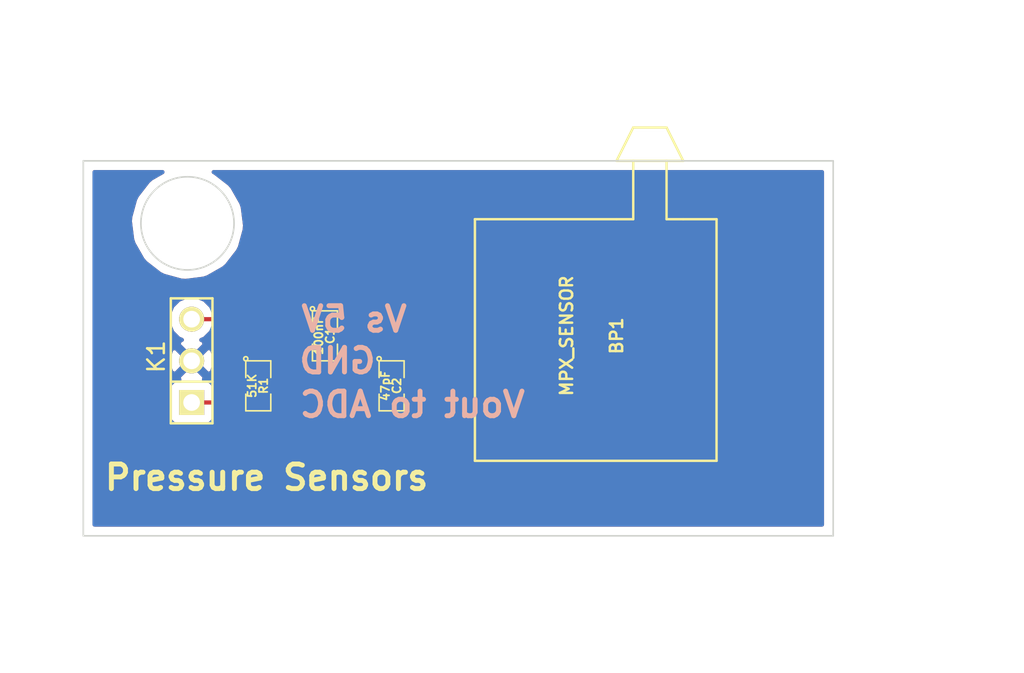
<source format=kicad_pcb>
(kicad_pcb (version 3) (host pcbnew "(2013-07-07 BZR 4022)-stable")

  (general
    (links 9)
    (no_connects 3)
    (area 111.709999 60.909999 137.210001 76.250001)
    (thickness 1.6)
    (drawings 12)
    (tracks 2)
    (zones 0)
    (modules 5)
    (nets 4)
  )

  (page A3)
  (title_block 
    (title "Pressure Sensors")
    (rev 0.1)
  )

  (layers
    (15 F.Cu signal)
    (0 B.Cu signal)
    (16 B.Adhes user)
    (17 F.Adhes user)
    (18 B.Paste user)
    (19 F.Paste user)
    (20 B.SilkS user)
    (21 F.SilkS user)
    (22 B.Mask user)
    (23 F.Mask user)
    (24 Dwgs.User user)
    (25 Cmts.User user)
    (26 Eco1.User user)
    (27 Eco2.User user)
    (28 Edge.Cuts user)
  )

  (setup
    (last_trace_width 0.254)
    (trace_clearance 0.254)
    (zone_clearance 0.508)
    (zone_45_only no)
    (trace_min 0.254)
    (segment_width 0.2)
    (edge_width 0.1)
    (via_size 0.889)
    (via_drill 0.635)
    (via_min_size 0.889)
    (via_min_drill 0.508)
    (uvia_size 0.508)
    (uvia_drill 0.127)
    (uvias_allowed no)
    (uvia_min_size 0.508)
    (uvia_min_drill 0.127)
    (pcb_text_width 0.3)
    (pcb_text_size 1.5 1.5)
    (mod_edge_width 0.15)
    (mod_text_size 1 1)
    (mod_text_width 0.15)
    (pad_size 1.5 1.5)
    (pad_drill 0.6)
    (pad_to_mask_clearance 0)
    (aux_axis_origin 0 0)
    (visible_elements 7FFFFFFF)
    (pcbplotparams
      (layerselection 3178497)
      (usegerberextensions true)
      (excludeedgelayer true)
      (linewidth 0.150000)
      (plotframeref false)
      (viasonmask false)
      (mode 1)
      (useauxorigin false)
      (hpglpennumber 1)
      (hpglpenspeed 20)
      (hpglpendiameter 15)
      (hpglpenoverlay 2)
      (psnegative false)
      (psa4output false)
      (plotreference true)
      (plotvalue true)
      (plotothertext true)
      (plotinvisibletext false)
      (padsonsilk false)
      (subtractmaskfromsilk false)
      (outputformat 1)
      (mirror false)
      (drillshape 1)
      (scaleselection 1)
      (outputdirectory ""))
  )

  (net 0 "")
  (net 1 GND)
  (net 2 N-000007)
  (net 3 N-000008)

  (net_class Default "Это класс цепей по умолчанию."
    (clearance 0.254)
    (trace_width 0.254)
    (via_dia 0.889)
    (via_drill 0.635)
    (uvia_dia 0.508)
    (uvia_drill 0.127)
    (add_net "")
    (add_net GND)
    (add_net N-000007)
    (add_net N-000008)
  )

  (module SM0805 (layer F.Cu) (tedit 5091495C) (tstamp 54ADB316)
    (at 118.872 66.548 270)
    (path /54ADAE13)
    (attr smd)
    (fp_text reference C1 (at 0 -0.3175 270) (layer F.SilkS)
      (effects (font (size 0.50038 0.50038) (thickness 0.10922)))
    )
    (fp_text value 100nF (at 0 0.381 270) (layer F.SilkS)
      (effects (font (size 0.50038 0.50038) (thickness 0.10922)))
    )
    (fp_circle (center -1.651 0.762) (end -1.651 0.635) (layer F.SilkS) (width 0.09906))
    (fp_line (start -0.508 0.762) (end -1.524 0.762) (layer F.SilkS) (width 0.09906))
    (fp_line (start -1.524 0.762) (end -1.524 -0.762) (layer F.SilkS) (width 0.09906))
    (fp_line (start -1.524 -0.762) (end -0.508 -0.762) (layer F.SilkS) (width 0.09906))
    (fp_line (start 0.508 -0.762) (end 1.524 -0.762) (layer F.SilkS) (width 0.09906))
    (fp_line (start 1.524 -0.762) (end 1.524 0.762) (layer F.SilkS) (width 0.09906))
    (fp_line (start 1.524 0.762) (end 0.508 0.762) (layer F.SilkS) (width 0.09906))
    (pad 1 smd rect (at -0.9525 0 270) (size 0.889 1.397)
      (layers F.Cu F.Paste F.Mask)
      (net 2 N-000007)
    )
    (pad 2 smd rect (at 0.9525 0 270) (size 0.889 1.397)
      (layers F.Cu F.Paste F.Mask)
      (net 1 GND)
    )
    (model smd/chip_cms.wrl
      (at (xyz 0 0 0))
      (scale (xyz 0.1 0.1 0.1))
      (rotate (xyz 0 0 0))
    )
  )

  (module SM0805 (layer F.Cu) (tedit 5091495C) (tstamp 54ADB323)
    (at 122.936 69.596 270)
    (path /54ADAE65)
    (attr smd)
    (fp_text reference C2 (at 0 -0.3175 270) (layer F.SilkS)
      (effects (font (size 0.50038 0.50038) (thickness 0.10922)))
    )
    (fp_text value 47pF (at 0 0.381 270) (layer F.SilkS)
      (effects (font (size 0.50038 0.50038) (thickness 0.10922)))
    )
    (fp_circle (center -1.651 0.762) (end -1.651 0.635) (layer F.SilkS) (width 0.09906))
    (fp_line (start -0.508 0.762) (end -1.524 0.762) (layer F.SilkS) (width 0.09906))
    (fp_line (start -1.524 0.762) (end -1.524 -0.762) (layer F.SilkS) (width 0.09906))
    (fp_line (start -1.524 -0.762) (end -0.508 -0.762) (layer F.SilkS) (width 0.09906))
    (fp_line (start 0.508 -0.762) (end 1.524 -0.762) (layer F.SilkS) (width 0.09906))
    (fp_line (start 1.524 -0.762) (end 1.524 0.762) (layer F.SilkS) (width 0.09906))
    (fp_line (start 1.524 0.762) (end 0.508 0.762) (layer F.SilkS) (width 0.09906))
    (pad 1 smd rect (at -0.9525 0 270) (size 0.889 1.397)
      (layers F.Cu F.Paste F.Mask)
      (net 1 GND)
    )
    (pad 2 smd rect (at 0.9525 0 270) (size 0.889 1.397)
      (layers F.Cu F.Paste F.Mask)
      (net 3 N-000008)
    )
    (model smd/chip_cms.wrl
      (at (xyz 0 0 0))
      (scale (xyz 0.1 0.1 0.1))
      (rotate (xyz 0 0 0))
    )
  )

  (module SM0805 (layer F.Cu) (tedit 5091495C) (tstamp 54ADB330)
    (at 114.808 69.596 270)
    (path /54ADAE74)
    (attr smd)
    (fp_text reference R1 (at 0 -0.3175 270) (layer F.SilkS)
      (effects (font (size 0.50038 0.50038) (thickness 0.10922)))
    )
    (fp_text value 51K (at 0 0.381 270) (layer F.SilkS)
      (effects (font (size 0.50038 0.50038) (thickness 0.10922)))
    )
    (fp_circle (center -1.651 0.762) (end -1.651 0.635) (layer F.SilkS) (width 0.09906))
    (fp_line (start -0.508 0.762) (end -1.524 0.762) (layer F.SilkS) (width 0.09906))
    (fp_line (start -1.524 0.762) (end -1.524 -0.762) (layer F.SilkS) (width 0.09906))
    (fp_line (start -1.524 -0.762) (end -0.508 -0.762) (layer F.SilkS) (width 0.09906))
    (fp_line (start 0.508 -0.762) (end 1.524 -0.762) (layer F.SilkS) (width 0.09906))
    (fp_line (start 1.524 -0.762) (end 1.524 0.762) (layer F.SilkS) (width 0.09906))
    (fp_line (start 1.524 0.762) (end 0.508 0.762) (layer F.SilkS) (width 0.09906))
    (pad 1 smd rect (at -0.9525 0 270) (size 0.889 1.397)
      (layers F.Cu F.Paste F.Mask)
      (net 1 GND)
    )
    (pad 2 smd rect (at 0.9525 0 270) (size 0.889 1.397)
      (layers F.Cu F.Paste F.Mask)
      (net 3 N-000008)
    )
    (model smd/chip_cms.wrl
      (at (xyz 0 0 0))
      (scale (xyz 0.1 0.1 0.1))
      (rotate (xyz 0 0 0))
    )
  )

  (module PIN_ARRAY_3X1 (layer F.Cu) (tedit 4C1130E0) (tstamp 54ADB33C)
    (at 110.744 68.072 90)
    (descr "Connecteur 3 pins")
    (tags "CONN DEV")
    (path /54ADAD9C)
    (fp_text reference K1 (at 0.254 -2.159 90) (layer F.SilkS)
      (effects (font (size 1.016 1.016) (thickness 0.1524)))
    )
    (fp_text value CONN_3 (at 0 -2.159 90) (layer F.SilkS) hide
      (effects (font (size 1.016 1.016) (thickness 0.1524)))
    )
    (fp_line (start -3.81 1.27) (end -3.81 -1.27) (layer F.SilkS) (width 0.1524))
    (fp_line (start -3.81 -1.27) (end 3.81 -1.27) (layer F.SilkS) (width 0.1524))
    (fp_line (start 3.81 -1.27) (end 3.81 1.27) (layer F.SilkS) (width 0.1524))
    (fp_line (start 3.81 1.27) (end -3.81 1.27) (layer F.SilkS) (width 0.1524))
    (fp_line (start -1.27 -1.27) (end -1.27 1.27) (layer F.SilkS) (width 0.1524))
    (pad 1 thru_hole rect (at -2.54 0 90) (size 1.524 1.524) (drill 1.016)
      (layers *.Cu *.Mask F.SilkS)
      (net 3 N-000008)
    )
    (pad 2 thru_hole circle (at 0 0 90) (size 1.524 1.524) (drill 1.016)
      (layers *.Cu *.Mask F.SilkS)
      (net 1 GND)
    )
    (pad 3 thru_hole circle (at 2.54 0 90) (size 1.524 1.524) (drill 1.016)
      (layers *.Cu *.Mask F.SilkS)
      (net 2 N-000007)
    )
    (model pin_array/pins_array_3x1.wrl
      (at (xyz 0 0 0))
      (scale (xyz 1 1 1))
      (rotate (xyz 0 0 0))
    )
  )

  (module SOP (layer F.Cu) (tedit 54ADC16F) (tstamp 54ADCA8B)
    (at 135.636 66.548 270)
    (descr SO-8)
    (path /54ADACC8)
    (attr smd)
    (fp_text reference BP1 (at 0 -1.016 270) (layer F.SilkS)
      (effects (font (size 0.7493 0.7493) (thickness 0.14986)))
    )
    (fp_text value MPX_SENSOR (at 0 2.032 270) (layer F.SilkS)
      (effects (font (size 0.7493 0.7493) (thickness 0.14986)))
    )
    (fp_line (start -10.668 -4.064) (end -7.112 -4.064) (layer F.SilkS) (width 0.15))
    (fp_line (start -7.112 -4.064) (end -7.112 -5.08) (layer F.SilkS) (width 0.15))
    (fp_line (start -7.112 -1.016) (end -7.112 -2.032) (layer F.SilkS) (width 0.15))
    (fp_line (start -7.112 -2.032) (end -10.668 -2.032) (layer F.SilkS) (width 0.15))
    (fp_line (start -12.7 -2.032) (end -12.7 -4.064) (layer F.SilkS) (width 0.15))
    (fp_line (start -12.7 -2.032) (end -10.668 -1.016) (layer F.SilkS) (width 0.15))
    (fp_line (start -12.7 -4.064) (end -10.668 -5.08) (layer F.SilkS) (width 0.15))
    (fp_line (start -10.668 -1.016) (end -10.668 -5.08) (layer F.SilkS) (width 0.15))
    (fp_line (start -7.112 7.62) (end -7.112 -1.016) (layer F.SilkS) (width 0.15))
    (fp_line (start -7.112 -7.112) (end -7.112 -5.08) (layer F.SilkS) (width 0.15))
    (fp_line (start -7.112 -7.112) (end 7.62 -7.112) (layer F.SilkS) (width 0.15))
    (fp_line (start 7.62 -7.112) (end 7.62 7.62) (layer F.SilkS) (width 0.15))
    (fp_line (start 7.62 7.62) (end -7.112 7.62) (layer F.SilkS) (width 0.15))
    (pad 1 smd rect (at -3.556 8.636 270) (size 0.635 1.27)
      (layers F.Cu F.Paste F.Mask)
    )
    (pad 2 smd rect (at -1.016 8.636 270) (size 0.635 1.27)
      (layers F.Cu F.Paste F.Mask)
      (net 2 N-000007)
    )
    (pad 3 smd rect (at 1.524 8.636 270) (size 0.635 1.27)
      (layers F.Cu F.Paste F.Mask)
      (net 1 GND)
    )
    (pad 4 smd rect (at 4.064 8.636 270) (size 0.635 1.27)
      (layers F.Cu F.Paste F.Mask)
      (net 3 N-000008)
    )
    (pad 5 smd rect (at 4.064 -8.128 270) (size 0.635 1.27)
      (layers F.Cu F.Paste F.Mask)
    )
    (pad 6 smd rect (at 1.524 -8.128 270) (size 0.635 1.27)
      (layers F.Cu F.Paste F.Mask)
    )
    (pad 7 smd rect (at -1.016 -8.128 270) (size 0.635 1.27)
      (layers F.Cu F.Paste F.Mask)
    )
    (pad 8 smd rect (at -3.556 -8.128 270) (size 0.635 1.27)
      (layers F.Cu F.Paste F.Mask)
    )
    (model smd/smd_dil/so-8.wrl
      (at (xyz 0 0 0))
      (scale (xyz 1 1 1))
      (rotate (xyz 0 0 0))
    )
  )

  (dimension 5.588 (width 0.3) (layer Dwgs.User)
    (gr_text "5,588 мм" (at 110.49 47.926001) (layer Dwgs.User)
      (effects (font (size 1.5 1.5) (thickness 0.3)))
    )
    (feature1 (pts (xy 113.284 59.944) (xy 113.284 46.576001)))
    (feature2 (pts (xy 107.696 59.944) (xy 107.696 46.576001)))
    (crossbar (pts (xy 107.696 49.276001) (xy 113.284 49.276001)))
    (arrow1a (pts (xy 113.284 49.276001) (xy 112.157497 49.862421)))
    (arrow1b (pts (xy 113.284 49.276001) (xy 112.157497 48.689581)))
    (arrow2a (pts (xy 107.696 49.276001) (xy 108.822503 49.862421)))
    (arrow2b (pts (xy 107.696 49.276001) (xy 108.822503 48.689581)))
  )
  (dimension 45.72 (width 0.3) (layer Dwgs.User)
    (gr_text "45,720 мм" (at 127 87.709999) (layer Dwgs.User)
      (effects (font (size 1.5 1.5) (thickness 0.3)))
    )
    (feature1 (pts (xy 149.86 78.74) (xy 149.86 89.059999)))
    (feature2 (pts (xy 104.14 78.74) (xy 104.14 89.059999)))
    (crossbar (pts (xy 104.14 86.359999) (xy 149.86 86.359999)))
    (arrow1a (pts (xy 149.86 86.359999) (xy 148.733497 86.946419)))
    (arrow1b (pts (xy 149.86 86.359999) (xy 148.733497 85.773579)))
    (arrow2a (pts (xy 104.14 86.359999) (xy 105.266503 86.946419)))
    (arrow2b (pts (xy 104.14 86.359999) (xy 105.266503 85.773579)))
  )
  (dimension 20.32 (width 0.3) (layer Dwgs.User)
    (gr_text "20,320 мм" (at 158.83 66.04 90) (layer Dwgs.User)
      (effects (font (size 1.5 1.5) (thickness 0.3)))
    )
    (feature1 (pts (xy 149.86 55.88) (xy 160.18 55.88)))
    (feature2 (pts (xy 149.86 76.2) (xy 160.18 76.2)))
    (crossbar (pts (xy 157.48 76.2) (xy 157.48 55.88)))
    (arrow1a (pts (xy 157.48 55.88) (xy 158.06642 57.006503)))
    (arrow1b (pts (xy 157.48 55.88) (xy 156.89358 57.006503)))
    (arrow2a (pts (xy 157.48 76.2) (xy 158.06642 75.073497)))
    (arrow2b (pts (xy 157.48 76.2) (xy 156.89358 75.073497)))
  )
  (gr_circle (center 110.49 59.69) (end 107.95 58.42) (layer Edge.Cuts) (width 0.1))
  (gr_line (start 149.86 55.88) (end 149.86 78.74) (angle 90) (layer Edge.Cuts) (width 0.1))
  (gr_line (start 104.14 78.74) (end 104.14 55.88) (angle 90) (layer Edge.Cuts) (width 0.1))
  (gr_line (start 149.86 55.88) (end 104.14 55.88) (angle 90) (layer Edge.Cuts) (width 0.1))
  (gr_line (start 104.14 78.74) (end 149.86 78.74) (angle 90) (layer Edge.Cuts) (width 0.1))
  (gr_text "Pressure Sensors" (at 115.316 75.184) (layer F.SilkS)
    (effects (font (size 1.5 1.5) (thickness 0.3)))
  )
  (gr_text "Vout to ADC" (at 124.206 70.739) (layer B.SilkS)
    (effects (font (size 1.5 1.5) (thickness 0.3)) (justify mirror))
  )
  (gr_text GND (at 119.634 68.072) (layer B.SilkS)
    (effects (font (size 1.5 1.5) (thickness 0.3)) (justify mirror))
  )
  (gr_text "Vs 5V" (at 120.65 65.532) (layer B.SilkS)
    (effects (font (size 1.5 1.5) (thickness 0.3)) (justify mirror))
  )

  (segment (start 110.744 65.532) (end 127 65.532) (width 0.254) (layer F.Cu) (net 2) (status C00000))
  (segment (start 110.744 70.612) (end 127 70.612) (width 0.254) (layer F.Cu) (net 3) (status C00000))

  (zone (net 1) (net_name GND) (layer F.Cu) (tstamp 54ADCB82) (hatch edge 0.508)
    (connect_pads (clearance 0.508))
    (min_thickness 0.254)
    (fill (arc_segments 16) (thermal_gap 0.508) (thermal_bridge_width 0.508))
    (polygon
      (pts
        (xy 101.6 53.34) (xy 152.4 53.34) (xy 152.4 81.28) (xy 101.6 81.28) (xy 101.6 78.74)
      )
    )
    (filled_polygon
      (pts
        (xy 149.175 78.055) (xy 145.03411 78.055) (xy 145.03411 70.803745) (xy 145.03411 70.168745) (xy 145.03411 68.263745)
        (xy 145.03411 67.628745) (xy 145.03411 65.723745) (xy 145.03411 65.088745) (xy 145.03411 63.183745) (xy 145.03411 62.548745)
        (xy 144.937641 62.315271) (xy 144.759168 62.136487) (xy 144.525864 62.039611) (xy 144.273245 62.03939) (xy 143.003245 62.03939)
        (xy 142.769771 62.135859) (xy 142.590987 62.314332) (xy 142.494111 62.547636) (xy 142.49389 62.800255) (xy 142.49389 63.435255)
        (xy 142.590359 63.668729) (xy 142.768832 63.847513) (xy 143.002136 63.944389) (xy 143.254755 63.94461) (xy 144.524755 63.94461)
        (xy 144.758229 63.848141) (xy 144.937013 63.669668) (xy 145.033889 63.436364) (xy 145.03411 63.183745) (xy 145.03411 65.088745)
        (xy 144.937641 64.855271) (xy 144.759168 64.676487) (xy 144.525864 64.579611) (xy 144.273245 64.57939) (xy 143.003245 64.57939)
        (xy 142.769771 64.675859) (xy 142.590987 64.854332) (xy 142.494111 65.087636) (xy 142.49389 65.340255) (xy 142.49389 65.975255)
        (xy 142.590359 66.208729) (xy 142.768832 66.387513) (xy 143.002136 66.484389) (xy 143.254755 66.48461) (xy 144.524755 66.48461)
        (xy 144.758229 66.388141) (xy 144.937013 66.209668) (xy 145.033889 65.976364) (xy 145.03411 65.723745) (xy 145.03411 67.628745)
        (xy 144.937641 67.395271) (xy 144.759168 67.216487) (xy 144.525864 67.119611) (xy 144.273245 67.11939) (xy 143.003245 67.11939)
        (xy 142.769771 67.215859) (xy 142.590987 67.394332) (xy 142.494111 67.627636) (xy 142.49389 67.880255) (xy 142.49389 68.515255)
        (xy 142.590359 68.748729) (xy 142.768832 68.927513) (xy 143.002136 69.024389) (xy 143.254755 69.02461) (xy 144.524755 69.02461)
        (xy 144.758229 68.928141) (xy 144.937013 68.749668) (xy 145.033889 68.516364) (xy 145.03411 68.263745) (xy 145.03411 70.168745)
        (xy 144.937641 69.935271) (xy 144.759168 69.756487) (xy 144.525864 69.659611) (xy 144.273245 69.65939) (xy 143.003245 69.65939)
        (xy 142.769771 69.755859) (xy 142.590987 69.934332) (xy 142.494111 70.167636) (xy 142.49389 70.420255) (xy 142.49389 71.055255)
        (xy 142.590359 71.288729) (xy 142.768832 71.467513) (xy 143.002136 71.564389) (xy 143.254755 71.56461) (xy 144.524755 71.56461)
        (xy 144.758229 71.468141) (xy 144.937013 71.289668) (xy 145.033889 71.056364) (xy 145.03411 70.803745) (xy 145.03411 78.055)
        (xy 128.27011 78.055) (xy 128.27011 70.803745) (xy 128.27011 70.168745) (xy 128.27011 68.515255) (xy 128.27011 67.628745)
        (xy 128.27011 65.723745) (xy 128.27011 65.088745) (xy 128.27011 63.183745) (xy 128.27011 62.548745) (xy 128.173641 62.315271)
        (xy 127.995168 62.136487) (xy 127.761864 62.039611) (xy 127.509245 62.03939) (xy 126.239245 62.03939) (xy 126.005771 62.135859)
        (xy 125.826987 62.314332) (xy 125.730111 62.547636) (xy 125.72989 62.800255) (xy 125.72989 63.435255) (xy 125.826359 63.668729)
        (xy 126.004832 63.847513) (xy 126.238136 63.944389) (xy 126.490755 63.94461) (xy 127.760755 63.94461) (xy 127.994229 63.848141)
        (xy 128.173013 63.669668) (xy 128.269889 63.436364) (xy 128.27011 63.183745) (xy 128.27011 65.088745) (xy 128.173641 64.855271)
        (xy 127.995168 64.676487) (xy 127.761864 64.579611) (xy 127.509245 64.57939) (xy 126.239245 64.57939) (xy 126.005771 64.675859)
        (xy 125.911465 64.77) (xy 120.087407 64.77) (xy 119.930668 64.612987) (xy 119.697364 64.516111) (xy 119.444745 64.51589)
        (xy 118.047745 64.51589) (xy 117.814271 64.612359) (xy 117.656355 64.77) (xy 111.940703 64.77) (xy 111.929009 64.741697)
        (xy 111.53637 64.348372) (xy 111.023099 64.135244) (xy 110.467339 64.134759) (xy 109.953697 64.346991) (xy 109.560372 64.73963)
        (xy 109.347244 65.252901) (xy 109.346759 65.808661) (xy 109.558991 66.322303) (xy 109.95163 66.715628) (xy 110.14373 66.795394)
        (xy 110.012858 66.849604) (xy 109.943393 67.091788) (xy 110.744 67.892395) (xy 111.544607 67.091788) (xy 111.475142 66.849604)
        (xy 111.334678 66.799491) (xy 111.534303 66.717009) (xy 111.927628 66.32437) (xy 111.940238 66.294) (xy 117.591379 66.294)
        (xy 117.634859 66.399229) (xy 117.783371 66.548) (xy 117.634859 66.696771) (xy 117.53839 66.930245) (xy 117.5385 67.21475)
        (xy 117.69725 67.3735) (xy 118.745 67.3735) (xy 118.745 67.3535) (xy 118.999 67.3535) (xy 118.999 67.3735)
        (xy 120.04675 67.3735) (xy 120.2055 67.21475) (xy 120.20561 66.930245) (xy 120.109141 66.696771) (xy 119.960526 66.547897)
        (xy 120.108513 66.400168) (xy 120.152597 66.294) (xy 125.911481 66.294) (xy 126.004832 66.387513) (xy 126.238136 66.484389)
        (xy 126.490755 66.48461) (xy 127.760755 66.48461) (xy 127.994229 66.388141) (xy 128.173013 66.209668) (xy 128.269889 65.976364)
        (xy 128.27011 65.723745) (xy 128.27011 67.628745) (xy 128.173641 67.395271) (xy 127.995168 67.216487) (xy 127.761864 67.119611)
        (xy 127.509245 67.11939) (xy 127.28575 67.1195) (xy 127.127 67.27825) (xy 127.127 67.945) (xy 128.11125 67.945)
        (xy 128.27 67.78625) (xy 128.27011 67.628745) (xy 128.27011 68.515255) (xy 128.27 68.35775) (xy 128.11125 68.199)
        (xy 127.127 68.199) (xy 127.127 68.86575) (xy 127.28575 69.0245) (xy 127.509245 69.02461) (xy 127.761864 69.024389)
        (xy 127.995168 68.927513) (xy 128.173641 68.748729) (xy 128.27011 68.515255) (xy 128.27011 70.168745) (xy 128.173641 69.935271)
        (xy 127.995168 69.756487) (xy 127.761864 69.659611) (xy 127.509245 69.65939) (xy 126.873 69.65939) (xy 126.873 68.86575)
        (xy 126.873 68.199) (xy 126.873 67.945) (xy 126.873 67.27825) (xy 126.71425 67.1195) (xy 126.490755 67.11939)
        (xy 126.238136 67.119611) (xy 126.004832 67.216487) (xy 125.826359 67.395271) (xy 125.72989 67.628745) (xy 125.73 67.78625)
        (xy 125.88875 67.945) (xy 126.873 67.945) (xy 126.873 68.199) (xy 125.88875 68.199) (xy 125.73 68.35775)
        (xy 125.72989 68.515255) (xy 125.826359 68.748729) (xy 126.004832 68.927513) (xy 126.238136 69.024389) (xy 126.490755 69.02461)
        (xy 126.71425 69.0245) (xy 126.873 68.86575) (xy 126.873 69.65939) (xy 126.239245 69.65939) (xy 126.005771 69.755859)
        (xy 125.911465 69.85) (xy 124.21662 69.85) (xy 124.173141 69.744771) (xy 124.024628 69.596) (xy 124.173141 69.447229)
        (xy 124.26961 69.213755) (xy 124.26961 68.073245) (xy 124.173141 67.839771) (xy 123.994668 67.660987) (xy 123.761364 67.564111)
        (xy 123.508745 67.56389) (xy 123.22175 67.564) (xy 123.063 67.72275) (xy 123.063 68.5165) (xy 124.11075 68.5165)
        (xy 124.2695 68.35775) (xy 124.26961 68.073245) (xy 124.26961 69.213755) (xy 124.2695 68.92925) (xy 124.11075 68.7705)
        (xy 123.063 68.7705) (xy 123.063 68.7905) (xy 122.809 68.7905) (xy 122.809 68.7705) (xy 122.809 68.5165)
        (xy 122.809 67.72275) (xy 122.65025 67.564) (xy 122.363255 67.56389) (xy 122.110636 67.564111) (xy 121.877332 67.660987)
        (xy 121.698859 67.839771) (xy 121.60239 68.073245) (xy 121.6025 68.35775) (xy 121.76125 68.5165) (xy 122.809 68.5165)
        (xy 122.809 68.7705) (xy 121.76125 68.7705) (xy 121.6025 68.92925) (xy 121.60239 69.213755) (xy 121.698859 69.447229)
        (xy 121.847473 69.596102) (xy 121.699487 69.743832) (xy 121.655402 69.85) (xy 120.20561 69.85) (xy 120.20561 68.070755)
        (xy 120.2055 67.78625) (xy 120.04675 67.6275) (xy 118.999 67.6275) (xy 118.999 68.42125) (xy 119.15775 68.58)
        (xy 119.444745 68.58011) (xy 119.697364 68.579889) (xy 119.930668 68.483013) (xy 120.109141 68.304229) (xy 120.20561 68.070755)
        (xy 120.20561 69.85) (xy 118.745 69.85) (xy 118.745 68.42125) (xy 118.745 67.6275) (xy 117.69725 67.6275)
        (xy 117.5385 67.78625) (xy 117.53839 68.070755) (xy 117.634859 68.304229) (xy 117.813332 68.483013) (xy 118.046636 68.579889)
        (xy 118.299255 68.58011) (xy 118.58625 68.58) (xy 118.745 68.42125) (xy 118.745 69.85) (xy 116.08862 69.85)
        (xy 116.045141 69.744771) (xy 115.896628 69.596) (xy 116.045141 69.447229) (xy 116.14161 69.213755) (xy 116.14161 68.073245)
        (xy 116.045141 67.839771) (xy 115.866668 67.660987) (xy 115.633364 67.564111) (xy 115.380745 67.56389) (xy 115.09375 67.564)
        (xy 114.935 67.72275) (xy 114.935 68.5165) (xy 115.98275 68.5165) (xy 116.1415 68.35775) (xy 116.14161 68.073245)
        (xy 116.14161 69.213755) (xy 116.1415 68.92925) (xy 115.98275 68.7705) (xy 114.935 68.7705) (xy 114.935 68.7905)
        (xy 114.681 68.7905) (xy 114.681 68.7705) (xy 114.681 68.5165) (xy 114.681 67.72275) (xy 114.52225 67.564)
        (xy 114.235255 67.56389) (xy 113.982636 67.564111) (xy 113.749332 67.660987) (xy 113.570859 67.839771) (xy 113.47439 68.073245)
        (xy 113.4745 68.35775) (xy 113.63325 68.5165) (xy 114.681 68.5165) (xy 114.681 68.7705) (xy 113.63325 68.7705)
        (xy 113.4745 68.92925) (xy 113.47439 69.213755) (xy 113.570859 69.447229) (xy 113.719473 69.596102) (xy 113.571487 69.743832)
        (xy 113.527402 69.85) (xy 112.153143 69.85) (xy 112.153143 68.279696) (xy 112.12536 67.724631) (xy 111.966396 67.340858)
        (xy 111.724212 67.271393) (xy 110.923605 68.072) (xy 111.724212 68.872607) (xy 111.966396 68.803142) (xy 112.153143 68.279696)
        (xy 112.153143 69.85) (xy 112.14111 69.85) (xy 112.14111 69.724245) (xy 112.044641 69.490771) (xy 111.866168 69.311987)
        (xy 111.632864 69.215111) (xy 111.497916 69.214992) (xy 111.544607 69.052212) (xy 110.744 68.251605) (xy 110.564395 68.43121)
        (xy 110.564395 68.072) (xy 109.763788 67.271393) (xy 109.521604 67.340858) (xy 109.334857 67.864304) (xy 109.36264 68.419369)
        (xy 109.521604 68.803142) (xy 109.763788 68.872607) (xy 110.564395 68.072) (xy 110.564395 68.43121) (xy 109.943393 69.052212)
        (xy 109.990053 69.21489) (xy 109.856245 69.21489) (xy 109.622771 69.311359) (xy 109.443987 69.489832) (xy 109.347111 69.723136)
        (xy 109.34689 69.975755) (xy 109.34689 71.499755) (xy 109.443359 71.733229) (xy 109.621832 71.912013) (xy 109.855136 72.008889)
        (xy 110.107755 72.00911) (xy 111.631755 72.00911) (xy 111.865229 71.912641) (xy 112.044013 71.734168) (xy 112.140889 71.500864)
        (xy 112.140999 71.374) (xy 113.592592 71.374) (xy 113.749332 71.531013) (xy 113.982636 71.627889) (xy 114.235255 71.62811)
        (xy 115.632255 71.62811) (xy 115.865729 71.531641) (xy 116.023644 71.374) (xy 121.720592 71.374) (xy 121.877332 71.531013)
        (xy 122.110636 71.627889) (xy 122.363255 71.62811) (xy 123.760255 71.62811) (xy 123.993729 71.531641) (xy 124.151644 71.374)
        (xy 125.911481 71.374) (xy 126.004832 71.467513) (xy 126.238136 71.564389) (xy 126.490755 71.56461) (xy 127.760755 71.56461)
        (xy 127.994229 71.468141) (xy 128.173013 71.289668) (xy 128.269889 71.056364) (xy 128.27011 70.803745) (xy 128.27011 78.055)
        (xy 104.825 78.055) (xy 104.825 56.565) (xy 108.964318 56.565) (xy 108.291036 56.949032) (xy 108.289735 56.949467)
        (xy 108.087868 57.124638) (xy 107.409502 57.99918) (xy 107.408463 58.000083) (xy 107.288997 58.239171) (xy 106.996616 59.307936)
        (xy 106.987178 59.441238) (xy 106.977739 59.574542) (xy 107.11643 60.672394) (xy 107.116325 60.673879) (xy 107.20091 60.927415)
        (xy 107.749174 61.888623) (xy 107.749645 61.890035) (xy 107.924816 62.091902) (xy 108.799181 62.77013) (xy 108.800159 62.771256)
        (xy 109.039247 62.890722) (xy 110.106605 63.182718) (xy 110.107936 63.183383) (xy 110.374542 63.202261) (xy 111.472394 63.063569)
        (xy 111.473879 63.063675) (xy 111.727415 62.97909) (xy 112.688623 62.430825) (xy 112.690035 62.430355) (xy 112.891902 62.255184)
        (xy 113.57013 61.380818) (xy 113.571256 61.379841) (xy 113.690722 61.140753) (xy 113.98239 60.07459) (xy 113.983672 60.072027)
        (xy 114.002549 59.805421) (xy 113.86383 58.707347) (xy 113.863928 58.705977) (xy 113.779342 58.452441) (xy 113.230967 57.491036)
        (xy 113.230533 57.489735) (xy 113.055362 57.287868) (xy 112.180819 56.609502) (xy 112.179917 56.608463) (xy 112.092934 56.565)
        (xy 149.175 56.565) (xy 149.175 78.055)
      )
    )
  )
  (zone (net 1) (net_name GND) (layer B.Cu) (tstamp 54ADCB83) (hatch edge 0.508)
    (connect_pads (clearance 0.508))
    (min_thickness 0.254)
    (fill (arc_segments 16) (thermal_gap 0.508) (thermal_bridge_width 0.508))
    (polygon
      (pts
        (xy 99.06 50.8) (xy 154.94 50.8) (xy 154.94 83.82) (xy 99.06 83.82)
      )
    )
    (filled_polygon
      (pts
        (xy 149.175 78.055) (xy 112.153143 78.055) (xy 112.153143 68.279696) (xy 112.141241 68.04191) (xy 112.141241 65.255339)
        (xy 111.929009 64.741697) (xy 111.53637 64.348372) (xy 111.023099 64.135244) (xy 110.467339 64.134759) (xy 109.953697 64.346991)
        (xy 109.560372 64.73963) (xy 109.347244 65.252901) (xy 109.346759 65.808661) (xy 109.558991 66.322303) (xy 109.95163 66.715628)
        (xy 110.14373 66.795394) (xy 110.012858 66.849604) (xy 109.943393 67.091788) (xy 110.744 67.892395) (xy 111.544607 67.091788)
        (xy 111.475142 66.849604) (xy 111.334678 66.799491) (xy 111.534303 66.717009) (xy 111.927628 66.32437) (xy 112.140756 65.811099)
        (xy 112.141241 65.255339) (xy 112.141241 68.04191) (xy 112.12536 67.724631) (xy 111.966396 67.340858) (xy 111.724212 67.271393)
        (xy 110.923605 68.072) (xy 111.724212 68.872607) (xy 111.966396 68.803142) (xy 112.153143 68.279696) (xy 112.153143 78.055)
        (xy 112.14111 78.055) (xy 112.14111 71.248245) (xy 112.14111 69.724245) (xy 112.044641 69.490771) (xy 111.866168 69.311987)
        (xy 111.632864 69.215111) (xy 111.497916 69.214992) (xy 111.544607 69.052212) (xy 110.744 68.251605) (xy 110.564395 68.43121)
        (xy 110.564395 68.072) (xy 109.763788 67.271393) (xy 109.521604 67.340858) (xy 109.334857 67.864304) (xy 109.36264 68.419369)
        (xy 109.521604 68.803142) (xy 109.763788 68.872607) (xy 110.564395 68.072) (xy 110.564395 68.43121) (xy 109.943393 69.052212)
        (xy 109.990053 69.21489) (xy 109.856245 69.21489) (xy 109.622771 69.311359) (xy 109.443987 69.489832) (xy 109.347111 69.723136)
        (xy 109.34689 69.975755) (xy 109.34689 71.499755) (xy 109.443359 71.733229) (xy 109.621832 71.912013) (xy 109.855136 72.008889)
        (xy 110.107755 72.00911) (xy 111.631755 72.00911) (xy 111.865229 71.912641) (xy 112.044013 71.734168) (xy 112.140889 71.500864)
        (xy 112.14111 71.248245) (xy 112.14111 78.055) (xy 104.825 78.055) (xy 104.825 56.565) (xy 108.964318 56.565)
        (xy 108.291036 56.949032) (xy 108.289735 56.949467) (xy 108.087868 57.124638) (xy 107.409502 57.99918) (xy 107.408463 58.000083)
        (xy 107.288997 58.239171) (xy 106.996616 59.307936) (xy 106.987178 59.441238) (xy 106.977739 59.574542) (xy 107.11643 60.672394)
        (xy 107.116325 60.673879) (xy 107.20091 60.927415) (xy 107.749174 61.888623) (xy 107.749645 61.890035) (xy 107.924816 62.091902)
        (xy 108.799181 62.77013) (xy 108.800159 62.771256) (xy 109.039247 62.890722) (xy 110.106605 63.182718) (xy 110.107936 63.183383)
        (xy 110.374542 63.202261) (xy 111.472394 63.063569) (xy 111.473879 63.063675) (xy 111.727415 62.97909) (xy 112.688623 62.430825)
        (xy 112.690035 62.430355) (xy 112.891902 62.255184) (xy 113.57013 61.380818) (xy 113.571256 61.379841) (xy 113.690722 61.140753)
        (xy 113.98239 60.07459) (xy 113.983672 60.072027) (xy 114.002549 59.805421) (xy 113.86383 58.707347) (xy 113.863928 58.705977)
        (xy 113.779342 58.452441) (xy 113.230967 57.491036) (xy 113.230533 57.489735) (xy 113.055362 57.287868) (xy 112.180819 56.609502)
        (xy 112.179917 56.608463) (xy 112.092934 56.565) (xy 149.175 56.565) (xy 149.175 78.055)
      )
    )
  )
)

</source>
